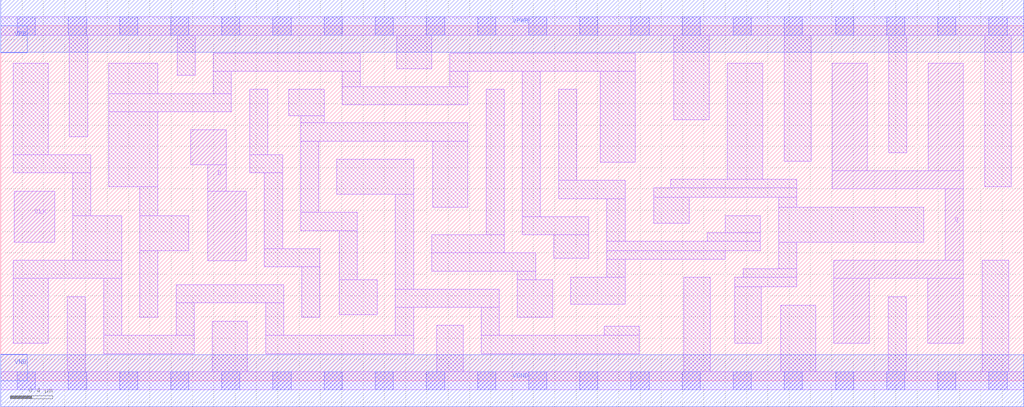
<source format=lef>
# Copyright 2020 The SkyWater PDK Authors
#
# Licensed under the Apache License, Version 2.0 (the "License");
# you may not use this file except in compliance with the License.
# You may obtain a copy of the License at
#
#     https://www.apache.org/licenses/LICENSE-2.0
#
# Unless required by applicable law or agreed to in writing, software
# distributed under the License is distributed on an "AS IS" BASIS,
# WITHOUT WARRANTIES OR CONDITIONS OF ANY KIND, either express or implied.
# See the License for the specific language governing permissions and
# limitations under the License.
#
# SPDX-License-Identifier: Apache-2.0

VERSION 5.5 ;
NAMESCASESENSITIVE ON ;
BUSBITCHARS "[]" ;
DIVIDERCHAR "/" ;
MACRO sky130_fd_sc_ms__dfxtp_4
  CLASS CORE ;
  SOURCE USER ;
  ORIGIN  0.000000  0.000000 ;
  SIZE  9.600000 BY  3.330000 ;
  SYMMETRY X Y ;
  SITE unit ;
  PIN D
    ANTENNAGATEAREA  0.126000 ;
    DIRECTION INPUT ;
    USE SIGNAL ;
    PORT
      LAYER li1 ;
        RECT 1.785000 2.025000 2.115000 2.355000 ;
        RECT 1.945000 1.125000 2.305000 1.780000 ;
        RECT 1.945000 1.780000 2.115000 2.025000 ;
    END
  END D
  PIN Q
    ANTENNADIFFAREA  1.116000 ;
    DIRECTION OUTPUT ;
    USE SIGNAL ;
    PORT
      LAYER li1 ;
        RECT 7.805000 1.800000 9.035000 1.970000 ;
        RECT 7.805000 1.970000 8.135000 2.980000 ;
        RECT 7.820000 0.350000 8.150000 0.960000 ;
        RECT 7.820000 0.960000 9.035000 1.130000 ;
        RECT 8.700000 0.350000 9.035000 0.960000 ;
        RECT 8.705000 1.970000 9.035000 2.980000 ;
        RECT 8.865000 1.130000 9.035000 1.800000 ;
    END
  END Q
  PIN CLK
    ANTENNAGATEAREA  0.279000 ;
    DIRECTION INPUT ;
    USE CLOCK ;
    PORT
      LAYER li1 ;
        RECT 0.125000 1.300000 0.505000 1.780000 ;
    END
  END CLK
  PIN VGND
    DIRECTION INOUT ;
    USE GROUND ;
    PORT
      LAYER met1 ;
        RECT 0.000000 -0.245000 9.600000 0.245000 ;
    END
  END VGND
  PIN VNB
    DIRECTION INOUT ;
    USE GROUND ;
    PORT
      LAYER met1 ;
        RECT 0.000000 0.000000 0.250000 0.250000 ;
    END
  END VNB
  PIN VPB
    DIRECTION INOUT ;
    USE POWER ;
    PORT
      LAYER met1 ;
        RECT 0.000000 3.080000 0.250000 3.330000 ;
    END
  END VPB
  PIN VPWR
    DIRECTION INOUT ;
    USE POWER ;
    PORT
      LAYER met1 ;
        RECT 0.000000 3.085000 9.600000 3.575000 ;
    END
  END VPWR
  OBS
    LAYER li1 ;
      RECT 0.000000 -0.085000 9.600000 0.085000 ;
      RECT 0.000000  3.245000 9.600000 3.415000 ;
      RECT 0.115000  0.350000 0.445000 0.960000 ;
      RECT 0.115000  0.960000 1.135000 1.130000 ;
      RECT 0.115000  1.950000 0.845000 2.120000 ;
      RECT 0.115000  2.120000 0.445000 2.980000 ;
      RECT 0.625000  0.085000 0.795000 0.790000 ;
      RECT 0.645000  2.290000 0.815000 3.245000 ;
      RECT 0.675000  1.130000 1.135000 1.550000 ;
      RECT 0.675000  1.550000 0.845000 1.950000 ;
      RECT 0.965000  0.255000 1.815000 0.425000 ;
      RECT 0.965000  0.425000 1.135000 0.960000 ;
      RECT 1.015000  1.820000 1.475000 2.525000 ;
      RECT 1.015000  2.525000 2.165000 2.695000 ;
      RECT 1.015000  2.695000 1.475000 2.980000 ;
      RECT 1.305000  0.595000 1.475000 1.220000 ;
      RECT 1.305000  1.220000 1.765000 1.550000 ;
      RECT 1.305000  1.550000 1.475000 1.820000 ;
      RECT 1.645000  0.425000 1.815000 0.730000 ;
      RECT 1.645000  0.730000 2.655000 0.900000 ;
      RECT 1.655000  2.865000 1.825000 3.245000 ;
      RECT 1.985000  0.085000 2.315000 0.560000 ;
      RECT 1.995000  2.695000 2.165000 2.905000 ;
      RECT 1.995000  2.905000 3.375000 3.075000 ;
      RECT 2.335000  1.950000 2.645000 2.120000 ;
      RECT 2.335000  2.120000 2.505000 2.735000 ;
      RECT 2.475000  1.070000 2.995000 1.240000 ;
      RECT 2.475000  1.240000 2.645000 1.950000 ;
      RECT 2.485000  0.255000 3.875000 0.425000 ;
      RECT 2.485000  0.425000 2.655000 0.730000 ;
      RECT 2.705000  2.485000 3.035000 2.735000 ;
      RECT 2.815000  1.410000 3.345000 1.580000 ;
      RECT 2.815000  1.580000 2.985000 2.250000 ;
      RECT 2.815000  2.250000 4.385000 2.420000 ;
      RECT 2.815000  2.420000 3.035000 2.485000 ;
      RECT 2.825000  0.595000 2.995000 1.070000 ;
      RECT 3.155000  1.750000 3.875000 2.080000 ;
      RECT 3.175000  0.620000 3.535000 0.950000 ;
      RECT 3.175000  0.950000 3.345000 1.410000 ;
      RECT 3.205000  2.590000 4.385000 2.760000 ;
      RECT 3.205000  2.760000 3.375000 2.905000 ;
      RECT 3.705000  0.425000 3.875000 0.690000 ;
      RECT 3.705000  0.690000 4.680000 0.860000 ;
      RECT 3.705000  0.860000 3.875000 1.750000 ;
      RECT 3.715000  2.930000 4.045000 3.245000 ;
      RECT 4.045000  1.030000 5.020000 1.200000 ;
      RECT 4.045000  1.200000 4.725000 1.370000 ;
      RECT 4.055000  1.630000 4.385000 2.250000 ;
      RECT 4.090000  0.085000 4.340000 0.520000 ;
      RECT 4.215000  2.760000 4.385000 2.905000 ;
      RECT 4.215000  2.905000 5.955000 3.075000 ;
      RECT 4.510000  0.255000 5.995000 0.425000 ;
      RECT 4.510000  0.425000 4.680000 0.690000 ;
      RECT 4.555000  1.370000 4.725000 2.735000 ;
      RECT 4.850000  0.595000 5.180000 0.950000 ;
      RECT 4.850000  0.950000 5.020000 1.030000 ;
      RECT 4.895000  1.370000 5.520000 1.540000 ;
      RECT 4.895000  1.540000 5.065000 2.905000 ;
      RECT 5.190000  1.150000 5.520000 1.370000 ;
      RECT 5.235000  1.710000 5.860000 1.880000 ;
      RECT 5.235000  1.880000 5.405000 2.735000 ;
      RECT 5.350000  0.720000 5.860000 0.970000 ;
      RECT 5.625000  2.050000 5.955000 2.905000 ;
      RECT 5.665000  0.425000 5.995000 0.510000 ;
      RECT 5.690000  0.970000 5.860000 1.140000 ;
      RECT 5.690000  1.140000 6.800000 1.220000 ;
      RECT 5.690000  1.220000 7.130000 1.310000 ;
      RECT 5.690000  1.310000 5.860000 1.710000 ;
      RECT 6.130000  1.480000 6.460000 1.720000 ;
      RECT 6.130000  1.720000 7.470000 1.810000 ;
      RECT 6.290000  1.810000 7.470000 1.890000 ;
      RECT 6.315000  2.450000 6.650000 3.245000 ;
      RECT 6.410000  0.085000 6.660000 0.970000 ;
      RECT 6.630000  1.310000 7.130000 1.390000 ;
      RECT 6.800000  1.390000 7.130000 1.550000 ;
      RECT 6.820000  1.890000 7.150000 2.980000 ;
      RECT 6.890000  0.350000 7.140000 0.880000 ;
      RECT 6.890000  0.880000 7.470000 0.970000 ;
      RECT 6.970000  0.970000 7.470000 1.050000 ;
      RECT 7.300000  1.050000 7.470000 1.300000 ;
      RECT 7.300000  1.300000 8.665000 1.630000 ;
      RECT 7.300000  1.630000 7.470000 1.720000 ;
      RECT 7.320000  0.085000 7.650000 0.710000 ;
      RECT 7.355000  2.060000 7.605000 3.245000 ;
      RECT 8.330000  0.085000 8.500000 0.790000 ;
      RECT 8.335000  2.140000 8.505000 3.245000 ;
      RECT 9.210000  0.085000 9.460000 1.130000 ;
      RECT 9.235000  1.820000 9.485000 3.245000 ;
    LAYER mcon ;
      RECT 0.155000 -0.085000 0.325000 0.085000 ;
      RECT 0.155000  3.245000 0.325000 3.415000 ;
      RECT 0.635000 -0.085000 0.805000 0.085000 ;
      RECT 0.635000  3.245000 0.805000 3.415000 ;
      RECT 1.115000 -0.085000 1.285000 0.085000 ;
      RECT 1.115000  3.245000 1.285000 3.415000 ;
      RECT 1.595000 -0.085000 1.765000 0.085000 ;
      RECT 1.595000  3.245000 1.765000 3.415000 ;
      RECT 2.075000 -0.085000 2.245000 0.085000 ;
      RECT 2.075000  3.245000 2.245000 3.415000 ;
      RECT 2.555000 -0.085000 2.725000 0.085000 ;
      RECT 2.555000  3.245000 2.725000 3.415000 ;
      RECT 3.035000 -0.085000 3.205000 0.085000 ;
      RECT 3.035000  3.245000 3.205000 3.415000 ;
      RECT 3.515000 -0.085000 3.685000 0.085000 ;
      RECT 3.515000  3.245000 3.685000 3.415000 ;
      RECT 3.995000 -0.085000 4.165000 0.085000 ;
      RECT 3.995000  3.245000 4.165000 3.415000 ;
      RECT 4.475000 -0.085000 4.645000 0.085000 ;
      RECT 4.475000  3.245000 4.645000 3.415000 ;
      RECT 4.955000 -0.085000 5.125000 0.085000 ;
      RECT 4.955000  3.245000 5.125000 3.415000 ;
      RECT 5.435000 -0.085000 5.605000 0.085000 ;
      RECT 5.435000  3.245000 5.605000 3.415000 ;
      RECT 5.915000 -0.085000 6.085000 0.085000 ;
      RECT 5.915000  3.245000 6.085000 3.415000 ;
      RECT 6.395000 -0.085000 6.565000 0.085000 ;
      RECT 6.395000  3.245000 6.565000 3.415000 ;
      RECT 6.875000 -0.085000 7.045000 0.085000 ;
      RECT 6.875000  3.245000 7.045000 3.415000 ;
      RECT 7.355000 -0.085000 7.525000 0.085000 ;
      RECT 7.355000  3.245000 7.525000 3.415000 ;
      RECT 7.835000 -0.085000 8.005000 0.085000 ;
      RECT 7.835000  3.245000 8.005000 3.415000 ;
      RECT 8.315000 -0.085000 8.485000 0.085000 ;
      RECT 8.315000  3.245000 8.485000 3.415000 ;
      RECT 8.795000 -0.085000 8.965000 0.085000 ;
      RECT 8.795000  3.245000 8.965000 3.415000 ;
      RECT 9.275000 -0.085000 9.445000 0.085000 ;
      RECT 9.275000  3.245000 9.445000 3.415000 ;
  END
END sky130_fd_sc_ms__dfxtp_4
END LIBRARY

</source>
